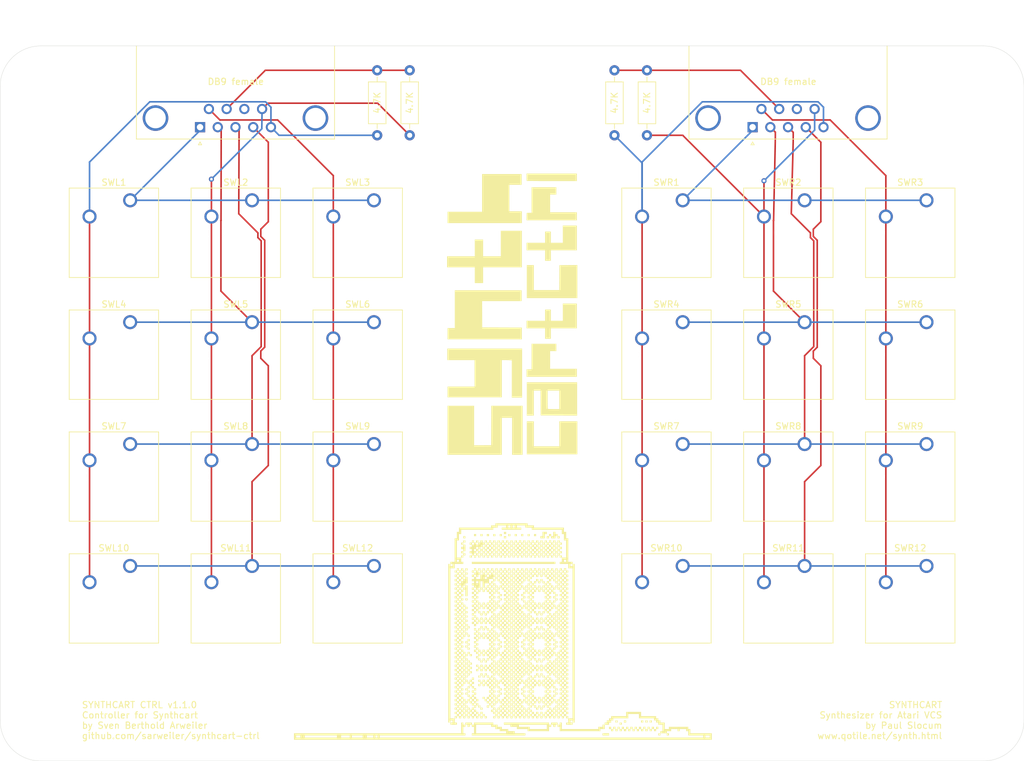
<source format=kicad_pcb>
(kicad_pcb (version 20171130) (host pcbnew "(5.1.6-0-10_14)")
  (layers (0 F.Cu signal) (31 B.Cu signal) (34 B.Paste user) (35 F.Paste user) (36 B.SilkS user) (37 F.SilkS user) (38 B.Mask user) (39 F.Mask user) (44 Edge.Cuts user))
  (net 0 "")
  (net 1 l_white)
  (net 2 l_violet)
  (net 3 l_blue)
  (net 4 l_green)
  (net 5 l_yellow)
  (net 6 l_orange)
  (net 7 l_red)
  (net 8 l_brown)
  (net 9 r_white)
  (net 10 r_violet)
  (net 11 r_blue)
  (net 12 r_green)
  (net 13 r_yellow)
  (net 14 r_orange)
  (net 15 r_red)
  (net 16 r_brown)
  (module synthcart-ctrl:amp_no_dither (layer F.Cu) (at 155.448 136.144)
    (fp_text reference G*** hide)
    (fp_text value LOGO hide)
  )
  (module MountingHole:MountingHole_4mm (layer F.Cu) (at 228.854 148.844)
    (fp_text reference REF** hide)
    (fp_text value MountingHole_4mm)
    (pad 1 np_thru_hole circle (at 0 0) (size 4 4) (drill 4) (layers *.Cu *.Mask))
  )
  (module MountingHole:MountingHole_4mm (layer F.Cu) (at 228.854 52.07)
    (fp_text reference REF** hide)
    (fp_text value MountingHole_4mm)
    (pad 1 np_thru_hole circle (at 0 0) (size 4 4) (drill 4) (layers *.Cu *.Mask))
  )
  (module MountingHole:MountingHole_4mm (layer F.Cu) (at 83.566 148.844)
    (fp_text reference REF** hide)
    (fp_text value MountingHole_4mm)
    (pad 1 np_thru_hole circle (at 0 0) (size 4 4) (drill 4) (layers *.Cu *.Mask))
  )
  (module MountingHole:MountingHole_4mm (layer F.Cu) (at 83.566 51.816)
    (fp_text reference REF** hide)
    (fp_text value MountingHole_4mm)
    (pad 1 np_thru_hole circle (at 0 0) (size 4 4) (drill 4) (layers *.Cu *.Mask))
  )
  (module synthcart-ctrl:synthcartctrl_big (layer F.Cu) (at 156.21 86.36)
    (fp_text reference G*** hide)
    (fp_text value LOGO hide)
  )
  (module Button_Switch_Keyboard:SW_Cherry_MX_1.00u_PCB (layer F.Cu) (at 134.62 125.73)
    (fp_text reference SWL12 (at -2.54 -2.794) (layer F.SilkS))
    (fp_text value SW_Push)
    (pad "" np_thru_hole circle (at 2.54 5.08) (size 1.7 1.7) (drill 1.7) (layers *.Cu *.Mask))
    (pad "" np_thru_hole circle (at -7.62 5.08) (size 1.7 1.7) (drill 1.7) (layers *.Cu *.Mask))
    (pad "" np_thru_hole circle (at -2.54 5.08) (size 4 4) (drill 4) (layers *.Cu *.Mask))
    (pad 2 thru_hole circle (at -6.35 2.54) (size 2.2 2.2) (drill 1.5) (layers *.Cu *.Mask) (net 3 l_blue))
    (pad 1 thru_hole circle (at 0 0) (size 2.2 2.2) (drill 1.5) (layers *.Cu *.Mask) (net 5 l_yellow))
  )
  (module Button_Switch_Keyboard:SW_Cherry_MX_1.00u_PCB (layer F.Cu) (at 115.57 125.73)
    (fp_text reference SWL11 (at -2.54 -2.794) (layer F.SilkS))
    (fp_text value SW_Push)
    (pad 1 thru_hole circle (at 0 0) (size 2.2 2.2) (drill 1.5) (layers *.Cu *.Mask) (net 5 l_yellow))
    (pad 2 thru_hole circle (at -6.35 2.54) (size 2.2 2.2) (drill 1.5) (layers *.Cu *.Mask) (net 1 l_white))
    (pad "" np_thru_hole circle (at -2.54 5.08) (size 4 4) (drill 4) (layers *.Cu *.Mask))
    (pad "" np_thru_hole circle (at -7.62 5.08) (size 1.7 1.7) (drill 1.7) (layers *.Cu *.Mask))
    (pad "" np_thru_hole circle (at 2.54 5.08) (size 1.7 1.7) (drill 1.7) (layers *.Cu *.Mask))
  )
  (module Button_Switch_Keyboard:SW_Cherry_MX_1.00u_PCB (layer F.Cu) (at 96.52 125.73)
    (fp_text reference SWL10 (at -2.54 -2.794) (layer F.SilkS))
    (fp_text value SW_Push)
    (pad "" np_thru_hole circle (at 2.54 5.08) (size 1.7 1.7) (drill 1.7) (layers *.Cu *.Mask))
    (pad "" np_thru_hole circle (at -7.62 5.08) (size 1.7 1.7) (drill 1.7) (layers *.Cu *.Mask))
    (pad "" np_thru_hole circle (at -2.54 5.08) (size 4 4) (drill 4) (layers *.Cu *.Mask))
    (pad 2 thru_hole circle (at -6.35 2.54) (size 2.2 2.2) (drill 1.5) (layers *.Cu *.Mask) (net 4 l_green))
    (pad 1 thru_hole circle (at 0 0) (size 2.2 2.2) (drill 1.5) (layers *.Cu *.Mask) (net 5 l_yellow))
  )
  (module Button_Switch_Keyboard:SW_Cherry_MX_1.00u_PCB (layer F.Cu) (at 134.62 106.68)
    (fp_text reference SWL9 (at -2.54 -2.794) (layer F.SilkS))
    (fp_text value SW_Push)
    (pad 1 thru_hole circle (at 0 0) (size 2.2 2.2) (drill 1.5) (layers *.Cu *.Mask) (net 6 l_orange))
    (pad 2 thru_hole circle (at -6.35 2.54) (size 2.2 2.2) (drill 1.5) (layers *.Cu *.Mask) (net 3 l_blue))
    (pad "" np_thru_hole circle (at -2.54 5.08) (size 4 4) (drill 4) (layers *.Cu *.Mask))
    (pad "" np_thru_hole circle (at -7.62 5.08) (size 1.7 1.7) (drill 1.7) (layers *.Cu *.Mask))
    (pad "" np_thru_hole circle (at 2.54 5.08) (size 1.7 1.7) (drill 1.7) (layers *.Cu *.Mask))
  )
  (module Button_Switch_Keyboard:SW_Cherry_MX_1.00u_PCB (layer F.Cu) (at 115.57 106.68)
    (fp_text reference SWL8 (at -2.54 -2.794) (layer F.SilkS))
    (fp_text value SW_Push)
    (pad "" np_thru_hole circle (at 2.54 5.08) (size 1.7 1.7) (drill 1.7) (layers *.Cu *.Mask))
    (pad "" np_thru_hole circle (at -7.62 5.08) (size 1.7 1.7) (drill 1.7) (layers *.Cu *.Mask))
    (pad "" np_thru_hole circle (at -2.54 5.08) (size 4 4) (drill 4) (layers *.Cu *.Mask))
    (pad 2 thru_hole circle (at -6.35 2.54) (size 2.2 2.2) (drill 1.5) (layers *.Cu *.Mask) (net 1 l_white))
    (pad 1 thru_hole circle (at 0 0) (size 2.2 2.2) (drill 1.5) (layers *.Cu *.Mask) (net 6 l_orange))
  )
  (module Button_Switch_Keyboard:SW_Cherry_MX_1.00u_PCB (layer F.Cu) (at 96.52 106.68)
    (fp_text reference SWL7 (at -2.54 -2.794) (layer F.SilkS))
    (fp_text value SW_Push)
    (pad 1 thru_hole circle (at 0 0) (size 2.2 2.2) (drill 1.5) (layers *.Cu *.Mask) (net 6 l_orange))
    (pad 2 thru_hole circle (at -6.35 2.54) (size 2.2 2.2) (drill 1.5) (layers *.Cu *.Mask) (net 4 l_green))
    (pad "" np_thru_hole circle (at -2.54 5.08) (size 4 4) (drill 4) (layers *.Cu *.Mask))
    (pad "" np_thru_hole circle (at -7.62 5.08) (size 1.7 1.7) (drill 1.7) (layers *.Cu *.Mask))
    (pad "" np_thru_hole circle (at 2.54 5.08) (size 1.7 1.7) (drill 1.7) (layers *.Cu *.Mask))
  )
  (module Button_Switch_Keyboard:SW_Cherry_MX_1.00u_PCB (layer F.Cu) (at 134.62 87.63)
    (fp_text reference SWL6 (at -2.54 -2.794) (layer F.SilkS))
    (fp_text value SW_Push)
    (pad "" np_thru_hole circle (at 2.54 5.08) (size 1.7 1.7) (drill 1.7) (layers *.Cu *.Mask))
    (pad "" np_thru_hole circle (at -7.62 5.08) (size 1.7 1.7) (drill 1.7) (layers *.Cu *.Mask))
    (pad "" np_thru_hole circle (at -2.54 5.08) (size 4 4) (drill 4) (layers *.Cu *.Mask))
    (pad 2 thru_hole circle (at -6.35 2.54) (size 2.2 2.2) (drill 1.5) (layers *.Cu *.Mask) (net 3 l_blue))
    (pad 1 thru_hole circle (at 0 0) (size 2.2 2.2) (drill 1.5) (layers *.Cu *.Mask) (net 7 l_red))
  )
  (module Button_Switch_Keyboard:SW_Cherry_MX_1.00u_PCB (layer F.Cu) (at 115.57 87.63)
    (fp_text reference SWL5 (at -2.54 -2.794) (layer F.SilkS))
    (fp_text value SW_Push)
    (pad 1 thru_hole circle (at 0 0) (size 2.2 2.2) (drill 1.5) (layers *.Cu *.Mask) (net 7 l_red))
    (pad 2 thru_hole circle (at -6.35 2.54) (size 2.2 2.2) (drill 1.5) (layers *.Cu *.Mask) (net 1 l_white))
    (pad "" np_thru_hole circle (at -2.54 5.08) (size 4 4) (drill 4) (layers *.Cu *.Mask))
    (pad "" np_thru_hole circle (at -7.62 5.08) (size 1.7 1.7) (drill 1.7) (layers *.Cu *.Mask))
    (pad "" np_thru_hole circle (at 2.54 5.08) (size 1.7 1.7) (drill 1.7) (layers *.Cu *.Mask))
  )
  (module Button_Switch_Keyboard:SW_Cherry_MX_1.00u_PCB (layer F.Cu) (at 96.52 87.63)
    (fp_text reference SWL4 (at -2.54 -2.794) (layer F.SilkS))
    (fp_text value SW_Push)
    (pad "" np_thru_hole circle (at 2.54 5.08) (size 1.7 1.7) (drill 1.7) (layers *.Cu *.Mask))
    (pad "" np_thru_hole circle (at -7.62 5.08) (size 1.7 1.7) (drill 1.7) (layers *.Cu *.Mask))
    (pad "" np_thru_hole circle (at -2.54 5.08) (size 4 4) (drill 4) (layers *.Cu *.Mask))
    (pad 2 thru_hole circle (at -6.35 2.54) (size 2.2 2.2) (drill 1.5) (layers *.Cu *.Mask) (net 4 l_green))
    (pad 1 thru_hole circle (at 0 0) (size 2.2 2.2) (drill 1.5) (layers *.Cu *.Mask) (net 7 l_red))
  )
  (module Button_Switch_Keyboard:SW_Cherry_MX_1.00u_PCB (layer F.Cu) (at 134.62 68.58)
    (fp_text reference SWL3 (at -2.54 -2.794) (layer F.SilkS))
    (fp_text value SW_Push)
    (pad 1 thru_hole circle (at 0 0) (size 2.2 2.2) (drill 1.5) (layers *.Cu *.Mask) (net 8 l_brown))
    (pad 2 thru_hole circle (at -6.35 2.54) (size 2.2 2.2) (drill 1.5) (layers *.Cu *.Mask) (net 3 l_blue))
    (pad "" np_thru_hole circle (at -2.54 5.08) (size 4 4) (drill 4) (layers *.Cu *.Mask))
    (pad "" np_thru_hole circle (at -7.62 5.08) (size 1.7 1.7) (drill 1.7) (layers *.Cu *.Mask))
    (pad "" np_thru_hole circle (at 2.54 5.08) (size 1.7 1.7) (drill 1.7) (layers *.Cu *.Mask))
  )
  (module Button_Switch_Keyboard:SW_Cherry_MX_1.00u_PCB (layer F.Cu) (at 115.57 68.58)
    (fp_text reference SWL2 (at -2.54 -2.794) (layer F.SilkS))
    (fp_text value SW_Push)
    (pad "" np_thru_hole circle (at 2.54 5.08) (size 1.7 1.7) (drill 1.7) (layers *.Cu *.Mask))
    (pad "" np_thru_hole circle (at -7.62 5.08) (size 1.7 1.7) (drill 1.7) (layers *.Cu *.Mask))
    (pad "" np_thru_hole circle (at -2.54 5.08) (size 4 4) (drill 4) (layers *.Cu *.Mask))
    (pad 2 thru_hole circle (at -6.35 2.54) (size 2.2 2.2) (drill 1.5) (layers *.Cu *.Mask) (net 1 l_white))
    (pad 1 thru_hole circle (at 0 0) (size 2.2 2.2) (drill 1.5) (layers *.Cu *.Mask) (net 8 l_brown))
  )
  (module Button_Switch_Keyboard:SW_Cherry_MX_1.00u_PCB (layer F.Cu) (at 96.52 68.58)
    (fp_text reference SWL1 (at -2.54 -2.794) (layer F.SilkS))
    (fp_text value SW_Push)
    (pad 1 thru_hole circle (at 0 0) (size 2.2 2.2) (drill 1.5) (layers *.Cu *.Mask) (net 8 l_brown))
    (pad 2 thru_hole circle (at -6.35 2.54) (size 2.2 2.2) (drill 1.5) (layers *.Cu *.Mask) (net 4 l_green))
    (pad "" np_thru_hole circle (at -2.54 5.08) (size 4 4) (drill 4) (layers *.Cu *.Mask))
    (pad "" np_thru_hole circle (at -7.62 5.08) (size 1.7 1.7) (drill 1.7) (layers *.Cu *.Mask))
    (pad "" np_thru_hole circle (at 2.54 5.08) (size 1.7 1.7) (drill 1.7) (layers *.Cu *.Mask))
  )
  (module Resistor_THT:R_Axial_DIN0207_L6.3mm_D2.5mm_P10.16mm_Horizontal (layer F.Cu) (at 140.208 48.26 270)
    (fp_text reference R2 hide)
    (fp_text value 4.7K (at 5.08 0 90) (layer F.SilkS))
    (pad 1 thru_hole circle (at 0 0 270) (size 1.6 1.6) (drill 0.8) (layers *.Cu *.Mask) (net 2 l_violet))
    (pad 2 thru_hole oval (at 10.16 0 270) (size 1.6 1.6) (drill 0.8) (layers *.Cu *.Mask) (net 1 l_white))
  )
  (module Resistor_THT:R_Axial_DIN0207_L6.3mm_D2.5mm_P10.16mm_Horizontal (layer F.Cu) (at 135.128 48.26 270)
    (fp_text reference Re hide)
    (fp_text value 4.7K (at 5.08 0 90) (layer F.SilkS))
    (pad 2 thru_hole oval (at 10.16 0 270) (size 1.6 1.6) (drill 0.8) (layers *.Cu *.Mask) (net 4 l_green))
    (pad 1 thru_hole circle (at 0 0 270) (size 1.6 1.6) (drill 0.8) (layers *.Cu *.Mask) (net 2 l_violet))
  )
  (module Connector_Dsub:DSUB-9_Female_Horizontal_P2.77x2.84mm_EdgePinOffset9.90mm_Housed_MountingHolesOffset11.32mm (layer F.Cu) (at 107.442 57.15 180)
    (fp_text reference J1 hide)
    (fp_text value "DB9 female" (at -5.588 7.112) (layer F.SilkS))
    (pad 1 thru_hole rect (at 0 0 180) (size 1.6 1.6) (drill 1) (layers *.Cu *.Mask) (net 8 l_brown))
    (pad 2 thru_hole circle (at -2.77 0 180) (size 1.6 1.6) (drill 1) (layers *.Cu *.Mask) (net 7 l_red))
    (pad 3 thru_hole circle (at -5.54 0 180) (size 1.6 1.6) (drill 1) (layers *.Cu *.Mask) (net 6 l_orange))
    (pad 4 thru_hole circle (at -8.31 0 180) (size 1.6 1.6) (drill 1) (layers *.Cu *.Mask) (net 5 l_yellow))
    (pad 5 thru_hole circle (at -11.08 0 180) (size 1.6 1.6) (drill 1) (layers *.Cu *.Mask) (net 4 l_green))
    (pad 6 thru_hole circle (at -1.385 2.84 180) (size 1.6 1.6) (drill 1) (layers *.Cu *.Mask) (net 3 l_blue))
    (pad 7 thru_hole circle (at -4.155 2.84 180) (size 1.6 1.6) (drill 1) (layers *.Cu *.Mask) (net 2 l_violet))
    (pad 8 thru_hole circle (at -6.925 2.84 180) (size 1.6 1.6) (drill 1) (layers *.Cu *.Mask))
    (pad 9 thru_hole circle (at -9.695 2.84 180) (size 1.6 1.6) (drill 1) (layers *.Cu *.Mask) (net 1 l_white))
    (pad 0 thru_hole circle (at -18.04 1.42 180) (size 4 4) (drill 3.2) (layers *.Cu *.Mask))
    (pad 0 thru_hole circle (at 6.96 1.42 180) (size 4 4) (drill 3.2) (layers *.Cu *.Mask))
  )
  (module Connector_Dsub:DSUB-9_Female_Horizontal_P2.77x2.84mm_EdgePinOffset9.90mm_Housed_MountingHolesOffset11.32mm (layer F.Cu) (at 193.802 57.15 180)
    (fp_text reference J2 hide)
    (fp_text value "DB9 female" (at -5.588 7.112) (layer F.SilkS))
    (pad 0 thru_hole circle (at 6.96 1.42 180) (size 4 4) (drill 3.2) (layers *.Cu *.Mask))
    (pad 0 thru_hole circle (at -18.04 1.42 180) (size 4 4) (drill 3.2) (layers *.Cu *.Mask))
    (pad 9 thru_hole circle (at -9.695 2.84 180) (size 1.6 1.6) (drill 1) (layers *.Cu *.Mask) (net 9 r_white))
    (pad 8 thru_hole circle (at -6.925 2.84 180) (size 1.6 1.6) (drill 1) (layers *.Cu *.Mask))
    (pad 7 thru_hole circle (at -4.155 2.84 180) (size 1.6 1.6) (drill 1) (layers *.Cu *.Mask) (net 10 r_violet))
    (pad 6 thru_hole circle (at -1.385 2.84 180) (size 1.6 1.6) (drill 1) (layers *.Cu *.Mask) (net 11 r_blue))
    (pad 5 thru_hole circle (at -11.08 0 180) (size 1.6 1.6) (drill 1) (layers *.Cu *.Mask) (net 12 r_green))
    (pad 4 thru_hole circle (at -8.31 0 180) (size 1.6 1.6) (drill 1) (layers *.Cu *.Mask) (net 13 r_yellow))
    (pad 3 thru_hole circle (at -5.54 0 180) (size 1.6 1.6) (drill 1) (layers *.Cu *.Mask) (net 14 r_orange))
    (pad 2 thru_hole circle (at -2.77 0 180) (size 1.6 1.6) (drill 1) (layers *.Cu *.Mask) (net 15 r_red))
    (pad 1 thru_hole rect (at 0 0 180) (size 1.6 1.6) (drill 1) (layers *.Cu *.Mask) (net 16 r_brown))
  )
  (module Resistor_THT:R_Axial_DIN0207_L6.3mm_D2.5mm_P10.16mm_Horizontal (layer F.Cu) (at 172.212 48.26 270)
    (fp_text reference R3 hide)
    (fp_text value 4.7K (at 5.08 0 90) (layer F.SilkS))
    (pad 1 thru_hole circle (at 0 0 270) (size 1.6 1.6) (drill 0.8) (layers *.Cu *.Mask) (net 10 r_violet))
    (pad 2 thru_hole oval (at 10.16 0 270) (size 1.6 1.6) (drill 0.8) (layers *.Cu *.Mask) (net 12 r_green))
  )
  (module Resistor_THT:R_Axial_DIN0207_L6.3mm_D2.5mm_P10.16mm_Horizontal (layer F.Cu) (at 177.292 48.26 270)
    (fp_text reference R4 hide)
    (fp_text value 4.7K (at 5.08 0 90) (layer F.SilkS))
    (pad 2 thru_hole oval (at 10.16 0 270) (size 1.6 1.6) (drill 0.8) (layers *.Cu *.Mask) (net 9 r_white))
    (pad 1 thru_hole circle (at 0 0 270) (size 1.6 1.6) (drill 0.8) (layers *.Cu *.Mask) (net 10 r_violet))
  )
  (module Button_Switch_Keyboard:SW_Cherry_MX_1.00u_PCB (layer F.Cu) (at 182.88 68.58)
    (fp_text reference SWR1 (at -2.54 -2.794) (layer F.SilkS))
    (fp_text value SW_Push)
    (pad "" np_thru_hole circle (at 2.54 5.08) (size 1.7 1.7) (drill 1.7) (layers *.Cu *.Mask))
    (pad "" np_thru_hole circle (at -7.62 5.08) (size 1.7 1.7) (drill 1.7) (layers *.Cu *.Mask))
    (pad "" np_thru_hole circle (at -2.54 5.08) (size 4 4) (drill 4) (layers *.Cu *.Mask))
    (pad 2 thru_hole circle (at -6.35 2.54) (size 2.2 2.2) (drill 1.5) (layers *.Cu *.Mask) (net 12 r_green))
    (pad 1 thru_hole circle (at 0 0) (size 2.2 2.2) (drill 1.5) (layers *.Cu *.Mask) (net 16 r_brown))
  )
  (module Button_Switch_Keyboard:SW_Cherry_MX_1.00u_PCB (layer F.Cu) (at 201.93 68.58)
    (fp_text reference SWR2 (at -2.54 -2.794) (layer F.SilkS))
    (fp_text value SW_Push)
    (pad 1 thru_hole circle (at 0 0) (size 2.2 2.2) (drill 1.5) (layers *.Cu *.Mask) (net 16 r_brown))
    (pad 2 thru_hole circle (at -6.35 2.54) (size 2.2 2.2) (drill 1.5) (layers *.Cu *.Mask) (net 9 r_white))
    (pad "" np_thru_hole circle (at -2.54 5.08) (size 4 4) (drill 4) (layers *.Cu *.Mask))
    (pad "" np_thru_hole circle (at -7.62 5.08) (size 1.7 1.7) (drill 1.7) (layers *.Cu *.Mask))
    (pad "" np_thru_hole circle (at 2.54 5.08) (size 1.7 1.7) (drill 1.7) (layers *.Cu *.Mask))
  )
  (module Button_Switch_Keyboard:SW_Cherry_MX_1.00u_PCB (layer F.Cu) (at 220.98 68.58)
    (fp_text reference SWR3 (at -2.54 -2.794) (layer F.SilkS))
    (fp_text value SW_Push)
    (pad "" np_thru_hole circle (at 2.54 5.08) (size 1.7 1.7) (drill 1.7) (layers *.Cu *.Mask))
    (pad "" np_thru_hole circle (at -7.62 5.08) (size 1.7 1.7) (drill 1.7) (layers *.Cu *.Mask))
    (pad "" np_thru_hole circle (at -2.54 5.08) (size 4 4) (drill 4) (layers *.Cu *.Mask))
    (pad 2 thru_hole circle (at -6.35 2.54) (size 2.2 2.2) (drill 1.5) (layers *.Cu *.Mask) (net 11 r_blue))
    (pad 1 thru_hole circle (at 0 0) (size 2.2 2.2) (drill 1.5) (layers *.Cu *.Mask) (net 16 r_brown))
  )
  (module Button_Switch_Keyboard:SW_Cherry_MX_1.00u_PCB (layer F.Cu) (at 182.88 87.63)
    (fp_text reference SWR4 (at -2.54 -2.794) (layer F.SilkS))
    (fp_text value SW_Push)
    (pad 1 thru_hole circle (at 0 0) (size 2.2 2.2) (drill 1.5) (layers *.Cu *.Mask) (net 15 r_red))
    (pad 2 thru_hole circle (at -6.35 2.54) (size 2.2 2.2) (drill 1.5) (layers *.Cu *.Mask) (net 12 r_green))
    (pad "" np_thru_hole circle (at -2.54 5.08) (size 4 4) (drill 4) (layers *.Cu *.Mask))
    (pad "" np_thru_hole circle (at -7.62 5.08) (size 1.7 1.7) (drill 1.7) (layers *.Cu *.Mask))
    (pad "" np_thru_hole circle (at 2.54 5.08) (size 1.7 1.7) (drill 1.7) (layers *.Cu *.Mask))
  )
  (module Button_Switch_Keyboard:SW_Cherry_MX_1.00u_PCB (layer F.Cu) (at 201.93 87.63)
    (fp_text reference SWR5 (at -2.54 -2.794) (layer F.SilkS))
    (fp_text value SW_Push)
    (pad "" np_thru_hole circle (at 2.54 5.08) (size 1.7 1.7) (drill 1.7) (layers *.Cu *.Mask))
    (pad "" np_thru_hole circle (at -7.62 5.08) (size 1.7 1.7) (drill 1.7) (layers *.Cu *.Mask))
    (pad "" np_thru_hole circle (at -2.54 5.08) (size 4 4) (drill 4) (layers *.Cu *.Mask))
    (pad 2 thru_hole circle (at -6.35 2.54) (size 2.2 2.2) (drill 1.5) (layers *.Cu *.Mask) (net 9 r_white))
    (pad 1 thru_hole circle (at 0 0) (size 2.2 2.2) (drill 1.5) (layers *.Cu *.Mask) (net 15 r_red))
  )
  (module Button_Switch_Keyboard:SW_Cherry_MX_1.00u_PCB (layer F.Cu) (at 220.98 87.63)
    (fp_text reference SWR6 (at -2.54 -2.794) (layer F.SilkS))
    (fp_text value SW_Push)
    (pad 1 thru_hole circle (at 0 0) (size 2.2 2.2) (drill 1.5) (layers *.Cu *.Mask) (net 15 r_red))
    (pad 2 thru_hole circle (at -6.35 2.54) (size 2.2 2.2) (drill 1.5) (layers *.Cu *.Mask) (net 11 r_blue))
    (pad "" np_thru_hole circle (at -2.54 5.08) (size 4 4) (drill 4) (layers *.Cu *.Mask))
    (pad "" np_thru_hole circle (at -7.62 5.08) (size 1.7 1.7) (drill 1.7) (layers *.Cu *.Mask))
    (pad "" np_thru_hole circle (at 2.54 5.08) (size 1.7 1.7) (drill 1.7) (layers *.Cu *.Mask))
  )
  (module Button_Switch_Keyboard:SW_Cherry_MX_1.00u_PCB (layer F.Cu) (at 182.88 106.68)
    (fp_text reference SWR7 (at -2.54 -2.794) (layer F.SilkS))
    (fp_text value SW_Push)
    (pad "" np_thru_hole circle (at 2.54 5.08) (size 1.7 1.7) (drill 1.7) (layers *.Cu *.Mask))
    (pad "" np_thru_hole circle (at -7.62 5.08) (size 1.7 1.7) (drill 1.7) (layers *.Cu *.Mask))
    (pad "" np_thru_hole circle (at -2.54 5.08) (size 4 4) (drill 4) (layers *.Cu *.Mask))
    (pad 2 thru_hole circle (at -6.35 2.54) (size 2.2 2.2) (drill 1.5) (layers *.Cu *.Mask) (net 12 r_green))
    (pad 1 thru_hole circle (at 0 0) (size 2.2 2.2) (drill 1.5) (layers *.Cu *.Mask) (net 14 r_orange))
  )
  (module Button_Switch_Keyboard:SW_Cherry_MX_1.00u_PCB (layer F.Cu) (at 201.93 106.68)
    (fp_text reference SWR8 (at -2.54 -2.794) (layer F.SilkS))
    (fp_text value SW_Push)
    (pad 1 thru_hole circle (at 0 0) (size 2.2 2.2) (drill 1.5) (layers *.Cu *.Mask) (net 14 r_orange))
    (pad 2 thru_hole circle (at -6.35 2.54) (size 2.2 2.2) (drill 1.5) (layers *.Cu *.Mask) (net 9 r_white))
    (pad "" np_thru_hole circle (at -2.54 5.08) (size 4 4) (drill 4) (layers *.Cu *.Mask))
    (pad "" np_thru_hole circle (at -7.62 5.08) (size 1.7 1.7) (drill 1.7) (layers *.Cu *.Mask))
    (pad "" np_thru_hole circle (at 2.54 5.08) (size 1.7 1.7) (drill 1.7) (layers *.Cu *.Mask))
  )
  (module Button_Switch_Keyboard:SW_Cherry_MX_1.00u_PCB (layer F.Cu) (at 220.98 106.68)
    (fp_text reference SWR9 (at -2.54 -2.794) (layer F.SilkS))
    (fp_text value SW_Push)
    (pad "" np_thru_hole circle (at 2.54 5.08) (size 1.7 1.7) (drill 1.7) (layers *.Cu *.Mask))
    (pad "" np_thru_hole circle (at -7.62 5.08) (size 1.7 1.7) (drill 1.7) (layers *.Cu *.Mask))
    (pad "" np_thru_hole circle (at -2.54 5.08) (size 4 4) (drill 4) (layers *.Cu *.Mask))
    (pad 2 thru_hole circle (at -6.35 2.54) (size 2.2 2.2) (drill 1.5) (layers *.Cu *.Mask) (net 11 r_blue))
    (pad 1 thru_hole circle (at 0 0) (size 2.2 2.2) (drill 1.5) (layers *.Cu *.Mask) (net 14 r_orange))
  )
  (module Button_Switch_Keyboard:SW_Cherry_MX_1.00u_PCB (layer F.Cu) (at 182.88 125.73)
    (fp_text reference SWR10 (at -2.54 -2.794) (layer F.SilkS))
    (fp_text value SW_Push)
    (pad 1 thru_hole circle (at 0 0) (size 2.2 2.2) (drill 1.5) (layers *.Cu *.Mask) (net 13 r_yellow))
    (pad 2 thru_hole circle (at -6.35 2.54) (size 2.2 2.2) (drill 1.5) (layers *.Cu *.Mask) (net 12 r_green))
    (pad "" np_thru_hole circle (at -2.54 5.08) (size 4 4) (drill 4) (layers *.Cu *.Mask))
    (pad "" np_thru_hole circle (at -7.62 5.08) (size 1.7 1.7) (drill 1.7) (layers *.Cu *.Mask))
    (pad "" np_thru_hole circle (at 2.54 5.08) (size 1.7 1.7) (drill 1.7) (layers *.Cu *.Mask))
  )
  (module Button_Switch_Keyboard:SW_Cherry_MX_1.00u_PCB (layer F.Cu) (at 201.93 125.73)
    (fp_text reference SWR11 (at -2.54 -2.794) (layer F.SilkS))
    (fp_text value SW_Push)
    (pad "" np_thru_hole circle (at 2.54 5.08) (size 1.7 1.7) (drill 1.7) (layers *.Cu *.Mask))
    (pad "" np_thru_hole circle (at -7.62 5.08) (size 1.7 1.7) (drill 1.7) (layers *.Cu *.Mask))
    (pad "" np_thru_hole circle (at -2.54 5.08) (size 4 4) (drill 4) (layers *.Cu *.Mask))
    (pad 2 thru_hole circle (at -6.35 2.54) (size 2.2 2.2) (drill 1.5) (layers *.Cu *.Mask) (net 9 r_white))
    (pad 1 thru_hole circle (at 0 0) (size 2.2 2.2) (drill 1.5) (layers *.Cu *.Mask) (net 13 r_yellow))
  )
  (module Button_Switch_Keyboard:SW_Cherry_MX_1.00u_PCB (layer F.Cu) (at 220.98 125.73)
    (fp_text reference SWR12 (at -2.54 -2.794) (layer F.SilkS))
    (fp_text value SW_Push)
    (pad 1 thru_hole circle (at 0 0) (size 2.2 2.2) (drill 1.5) (layers *.Cu *.Mask) (net 13 r_yellow))
    (pad 2 thru_hole circle (at -6.35 2.54) (size 2.2 2.2) (drill 1.5) (layers *.Cu *.Mask) (net 11 r_blue))
    (pad "" np_thru_hole circle (at -2.54 5.08) (size 4 4) (drill 4) (layers *.Cu *.Mask))
    (pad "" np_thru_hole circle (at -7.62 5.08) (size 1.7 1.7) (drill 1.7) (layers *.Cu *.Mask))
    (pad "" np_thru_hole circle (at 2.54 5.08) (size 1.7 1.7) (drill 1.7) (layers *.Cu *.Mask))
  )
  (gr_text "SYNTHCART\nSynthesizer for Atari VCS\nby Paul Slocum\nwww.qotile.net/synth.html" (at 223.52 149.86) (layer F.SilkS) (effects (font (size 1 1)) (justify right)))
  (gr_text "SYNTHCART CTRL v1.1.0\nController for Synthcart\nby Sven Berthold Arweiler\ngithub.com/sarweiler/synthcart-ctrl" (at 88.9 149.86) (layer F.SilkS) (effects (font (size 1 1)) (justify left)))
  (gr_line (start 229.87 156.21) (end 82.55 156.21) (layer Edge.Cuts) (width 0.05))
  (gr_arc (start 82.55 149.86) (end 76.2 149.86) (angle -90) (layer Edge.Cuts) (width 0.05))
  (gr_line (start 76.2 50.8) (end 76.2 149.86) (layer Edge.Cuts) (width 0.05))
  (gr_arc (start 82.55 50.8) (end 82.55 44.45) (angle -90) (layer Edge.Cuts) (width 0.05))
  (gr_arc (start 229.87 149.86) (end 229.87 156.21) (angle -90) (layer Edge.Cuts) (width 0.05))
  (gr_line (start 236.22 50.8) (end 236.22 149.86) (layer Edge.Cuts) (width 0.05))
  (gr_arc (start 229.87 50.8) (end 236.22 50.8) (angle -90) (layer Edge.Cuts) (width 0.05))
  (gr_line (start 82.55 44.45) (end 229.87 44.45) (layer Edge.Cuts) (width 0.05))
  (segment (start 109.22 90.17) (end 109.22 109.22) (width 0.25) (layer F.Cu) (net 1))
  (segment (start 109.22 109.22) (end 109.22 128.27) (width 0.25) (layer F.Cu) (net 1))
  (segment (start 109.22 71.12) (end 109.22 90.17) (width 0.25) (layer F.Cu) (net 1))
  (segment (start 118.042001 53.404999) (end 117.137 54.31) (width 0.25) (layer F.Cu) (net 1))
  (segment (start 135.192999 53.404999) (end 118.042001 53.404999) (width 0.25) (layer F.Cu) (net 1))
  (segment (start 140.208 58.42) (end 135.192999 53.404999) (width 0.25) (layer F.Cu) (net 1))
  (via (at 109.22 65.278) (size 0.8) (drill 0.4) (layers F.Cu B.Cu) (net 1))
  (segment (start 109.474 70.866) (end 109.22 71.12) (width 0.25) (layer F.Cu) (net 1))
  (segment (start 109.22 65.278) (end 109.22 70.866) (width 0.25) (layer F.Cu) (net 1))
  (segment (start 117.137 54.31) (end 117.094 57.404) (width 0.25) (layer B.Cu) (net 1))
  (segment (start 117.094 57.404) (end 109.22 65.278) (width 0.25) (layer B.Cu) (net 1))
  (segment (start 117.647 48.26) (end 135.128 48.26) (width 0.25) (layer F.Cu) (net 2))
  (segment (start 111.597 54.31) (end 117.647 48.26) (width 0.25) (layer F.Cu) (net 2))
  (segment (start 135.128 48.26) (end 140.208 48.26) (width 0.25) (layer F.Cu) (net 2))
  (segment (start 128.27 90.17) (end 128.27 109.22) (width 0.25) (layer F.Cu) (net 3))
  (segment (start 128.27 109.22) (end 128.27 128.27) (width 0.25) (layer F.Cu) (net 3))
  (segment (start 128.27 71.12) (end 128.27 90.17) (width 0.25) (layer F.Cu) (net 3))
  (segment (start 110.541999 56.024999) (end 108.827 54.31) (width 0.25) (layer F.Cu) (net 3))
  (segment (start 119.570001 56.024999) (end 110.541999 56.024999) (width 0.25) (layer F.Cu) (net 3))
  (segment (start 128.27 64.724998) (end 119.570001 56.024999) (width 0.25) (layer F.Cu) (net 3))
  (segment (start 128.27 71.12) (end 128.27 64.724998) (width 0.25) (layer F.Cu) (net 3))
  (segment (start 90.17 109.22) (end 90.17 128.27) (width 0.25) (layer F.Cu) (net 4))
  (segment (start 90.17 90.17) (end 90.17 109.22) (width 0.25) (layer F.Cu) (net 4))
  (segment (start 90.17 71.12) (end 90.17 90.17) (width 0.25) (layer F.Cu) (net 4))
  (segment (start 118.522 54.029998) (end 118.522 57.15) (width 0.25) (layer B.Cu) (net 4))
  (segment (start 117.677001 53.184999) (end 118.522 54.029998) (width 0.25) (layer B.Cu) (net 4))
  (segment (start 90.17 62.600998) (end 99.585999 53.184999) (width 0.25) (layer B.Cu) (net 4))
  (segment (start 99.585999 53.184999) (end 117.677001 53.184999) (width 0.25) (layer B.Cu) (net 4))
  (segment (start 90.17 71.12) (end 90.17 62.600998) (width 0.25) (layer B.Cu) (net 4))
  (segment (start 119.792 58.42) (end 135.128 58.42) (width 0.25) (layer B.Cu) (net 4))
  (segment (start 118.522 57.15) (end 119.792 58.42) (width 0.25) (layer B.Cu) (net 4))
  (segment (start 134.62 125.73) (end 115.57 125.73) (width 0.25) (layer B.Cu) (net 5))
  (segment (start 115.57 125.73) (end 96.52 125.73) (width 0.25) (layer B.Cu) (net 5))
  (segment (start 118.11 59.508) (end 115.752 57.15) (width 0.25) (layer F.Cu) (net 5))
  (segment (start 116.934999 73.095999) (end 118.11 71.920998) (width 0.25) (layer F.Cu) (net 5))
  (segment (start 117.545999 74.835001) (end 116.934999 74.224001) (width 0.25) (layer F.Cu) (net 5))
  (segment (start 116.934999 74.224001) (end 116.934999 73.095999) (width 0.25) (layer F.Cu) (net 5))
  (segment (start 117.545999 91.534999) (end 117.545999 74.835001) (width 0.25) (layer F.Cu) (net 5))
  (segment (start 116.934999 92.145999) (end 117.545999 91.534999) (width 0.25) (layer F.Cu) (net 5))
  (segment (start 116.934999 93.274001) (end 116.934999 92.145999) (width 0.25) (layer F.Cu) (net 5))
  (segment (start 118.11 94.449002) (end 116.934999 93.274001) (width 0.25) (layer F.Cu) (net 5))
  (segment (start 118.11 110.020998) (end 118.11 94.449002) (width 0.25) (layer F.Cu) (net 5))
  (segment (start 118.11 71.920998) (end 118.11 59.508) (width 0.25) (layer F.Cu) (net 5))
  (segment (start 115.57 112.560998) (end 118.11 110.020998) (width 0.25) (layer F.Cu) (net 5))
  (segment (start 115.57 125.73) (end 115.57 112.560998) (width 0.25) (layer F.Cu) (net 5))
  (segment (start 134.62 106.68) (end 115.57 106.68) (width 0.25) (layer B.Cu) (net 6))
  (segment (start 115.57 106.68) (end 96.52 106.68) (width 0.25) (layer B.Cu) (net 6))
  (segment (start 113.538 57.706) (end 112.982 57.15) (width 0.25) (layer F.Cu) (net 6))
  (segment (start 113.538 59.182) (end 113.538 57.706) (width 0.25) (layer F.Cu) (net 6))
  (segment (start 116.484988 73.673986) (end 113.49 70.678998) (width 0.25) (layer F.Cu) (net 6))
  (segment (start 115.57 92.874588) (end 116.995001 91.449587) (width 0.25) (layer F.Cu) (net 6))
  (segment (start 116.995001 74.920413) (end 116.484988 74.410401) (width 0.25) (layer F.Cu) (net 6))
  (segment (start 115.57 106.68) (end 115.57 92.874588) (width 0.25) (layer F.Cu) (net 6))
  (segment (start 116.995001 91.449587) (end 116.995001 74.920413) (width 0.25) (layer F.Cu) (net 6))
  (segment (start 113.49 70.678998) (end 113.538 59.182) (width 0.25) (layer F.Cu) (net 6))
  (segment (start 116.484988 74.410401) (end 116.484988 73.673986) (width 0.25) (layer F.Cu) (net 6))
  (segment (start 134.62 87.63) (end 115.57 87.63) (width 0.25) (layer B.Cu) (net 7))
  (segment (start 115.57 87.63) (end 96.52 87.63) (width 0.25) (layer B.Cu) (net 7))
  (segment (start 110.744 57.682) (end 110.212 57.15) (width 0.25) (layer F.Cu) (net 7))
  (segment (start 110.704999 71.744003) (end 110.72 71.729002) (width 0.25) (layer F.Cu) (net 7))
  (segment (start 110.744 59.182) (end 110.744 57.682) (width 0.25) (layer F.Cu) (net 7))
  (segment (start 110.72 71.729002) (end 110.744 59.182) (width 0.25) (layer F.Cu) (net 7))
  (segment (start 110.704999 82.764999) (end 110.704999 71.744003) (width 0.25) (layer F.Cu) (net 7))
  (segment (start 115.57 87.63) (end 110.704999 82.764999) (width 0.25) (layer F.Cu) (net 7))
  (segment (start 134.62 68.58) (end 115.57 68.58) (width 0.25) (layer B.Cu) (net 8))
  (segment (start 115.57 68.58) (end 96.52 68.58) (width 0.25) (layer B.Cu) (net 8))
  (segment (start 107.442 57.658) (end 107.442 57.15) (width 0.25) (layer B.Cu) (net 8))
  (segment (start 96.52 68.58) (end 107.442 57.658) (width 0.25) (layer B.Cu) (net 8))
  (segment (start 195.58 71.12) (end 195.58 90.17) (width 0.25) (layer F.Cu) (net 9))
  (segment (start 195.58 90.17) (end 195.58 109.22) (width 0.25) (layer F.Cu) (net 9))
  (segment (start 195.58 109.22) (end 195.58 128.27) (width 0.25) (layer F.Cu) (net 9))
  (via (at 195.58 65.532) (size 0.8) (drill 0.4) (layers F.Cu B.Cu) (net 9))
  (segment (start 203.497 57.615) (end 195.58 65.532) (width 0.25) (layer B.Cu) (net 9))
  (segment (start 203.497 54.31) (end 203.497 57.615) (width 0.25) (layer B.Cu) (net 9))
  (segment (start 195.58 65.532) (end 195.58 71.12) (width 0.25) (layer F.Cu) (net 9))
  (segment (start 182.88 58.42) (end 195.58 71.12) (width 0.25) (layer F.Cu) (net 9))
  (segment (start 177.292 58.42) (end 182.88 58.42) (width 0.25) (layer F.Cu) (net 9))
  (segment (start 191.907 48.26) (end 177.292 48.26) (width 0.25) (layer F.Cu) (net 10))
  (segment (start 197.957 54.31) (end 191.907 48.26) (width 0.25) (layer F.Cu) (net 10))
  (segment (start 177.292 48.26) (end 172.212 48.26) (width 0.25) (layer F.Cu) (net 10))
  (segment (start 214.63 71.12) (end 214.63 90.17) (width 0.25) (layer F.Cu) (net 11))
  (segment (start 214.63 90.17) (end 214.63 109.22) (width 0.25) (layer F.Cu) (net 11))
  (segment (start 214.63 109.22) (end 214.63 128.27) (width 0.25) (layer F.Cu) (net 11))
  (segment (start 196.901999 56.024999) (end 195.187 54.31) (width 0.25) (layer F.Cu) (net 11))
  (segment (start 205.930001 56.024999) (end 196.901999 56.024999) (width 0.25) (layer F.Cu) (net 11))
  (segment (start 214.63 64.724998) (end 205.930001 56.024999) (width 0.25) (layer F.Cu) (net 11))
  (segment (start 214.63 71.12) (end 214.63 64.724998) (width 0.25) (layer F.Cu) (net 11))
  (segment (start 176.53 71.12) (end 176.53 90.17) (width 0.25) (layer F.Cu) (net 12))
  (segment (start 176.53 90.17) (end 176.53 109.22) (width 0.25) (layer F.Cu) (net 12))
  (segment (start 176.53 109.22) (end 176.53 128.27) (width 0.25) (layer F.Cu) (net 12))
  (segment (start 176.53 62.738) (end 172.212 58.42) (width 0.25) (layer B.Cu) (net 12))
  (segment (start 176.53 71.12) (end 176.53 62.738) (width 0.25) (layer B.Cu) (net 12))
  (segment (start 204.037001 53.184999) (end 204.882 54.029998) (width 0.25) (layer B.Cu) (net 12))
  (segment (start 204.882 54.029998) (end 204.882 57.15) (width 0.25) (layer B.Cu) (net 12))
  (segment (start 185.945999 53.184999) (end 204.037001 53.184999) (width 0.25) (layer B.Cu) (net 12))
  (segment (start 176.53 62.600998) (end 185.945999 53.184999) (width 0.25) (layer B.Cu) (net 12))
  (segment (start 176.53 71.12) (end 176.53 62.600998) (width 0.25) (layer B.Cu) (net 12))
  (segment (start 220.98 125.73) (end 201.93 125.73) (width 0.25) (layer B.Cu) (net 13))
  (segment (start 201.93 125.73) (end 182.88 125.73) (width 0.25) (layer B.Cu) (net 13))
  (segment (start 204.47 59.508) (end 202.112 57.15) (width 0.25) (layer F.Cu) (net 13))
  (segment (start 204.47 94.449002) (end 203.294999 93.274001) (width 0.25) (layer F.Cu) (net 13))
  (segment (start 203.294999 73.095999) (end 204.47 71.920998) (width 0.25) (layer F.Cu) (net 13))
  (segment (start 204.47 110.020998) (end 204.47 94.449002) (width 0.25) (layer F.Cu) (net 13))
  (segment (start 203.294999 92.145999) (end 203.905999 91.534999) (width 0.25) (layer F.Cu) (net 13))
  (segment (start 203.294999 74.224001) (end 203.294999 73.095999) (width 0.25) (layer F.Cu) (net 13))
  (segment (start 204.47 71.920998) (end 204.47 59.508) (width 0.25) (layer F.Cu) (net 13))
  (segment (start 203.905999 74.835001) (end 203.294999 74.224001) (width 0.25) (layer F.Cu) (net 13))
  (segment (start 203.905999 91.534999) (end 203.905999 74.835001) (width 0.25) (layer F.Cu) (net 13))
  (segment (start 201.93 125.73) (end 201.93 112.560998) (width 0.25) (layer F.Cu) (net 13))
  (segment (start 201.93 112.560998) (end 204.47 110.020998) (width 0.25) (layer F.Cu) (net 13))
  (segment (start 203.294999 93.274001) (end 203.294999 92.145999) (width 0.25) (layer F.Cu) (net 13))
  (segment (start 220.98 106.68) (end 201.93 106.68) (width 0.25) (layer B.Cu) (net 14))
  (segment (start 201.93 106.68) (end 182.88 106.68) (width 0.25) (layer B.Cu) (net 14))
  (segment (start 200.152 59.182) (end 200.152 57.96) (width 0.25) (layer F.Cu) (net 14))
  (segment (start 199.85 70.678998) (end 200.152 59.182) (width 0.25) (layer F.Cu) (net 14))
  (segment (start 200.152 57.96) (end 199.342 57.15) (width 0.25) (layer F.Cu) (net 14))
  (segment (start 202.844988 73.673986) (end 199.85 70.678998) (width 0.25) (layer F.Cu) (net 14))
  (segment (start 202.844988 74.410401) (end 202.844988 73.673986) (width 0.25) (layer F.Cu) (net 14))
  (segment (start 203.355001 74.920413) (end 202.844988 74.410401) (width 0.25) (layer F.Cu) (net 14))
  (segment (start 203.355001 91.449587) (end 203.355001 74.920413) (width 0.25) (layer F.Cu) (net 14))
  (segment (start 201.93 92.874588) (end 203.355001 91.449587) (width 0.25) (layer F.Cu) (net 14))
  (segment (start 201.93 106.68) (end 201.93 92.874588) (width 0.25) (layer F.Cu) (net 14))
  (segment (start 220.98 87.63) (end 201.93 87.63) (width 0.25) (layer B.Cu) (net 15))
  (segment (start 201.93 87.63) (end 182.88 87.63) (width 0.25) (layer B.Cu) (net 15))
  (segment (start 197.358 57.936) (end 196.572 57.15) (width 0.25) (layer F.Cu) (net 15))
  (segment (start 197.08 71.729002) (end 197.358 58.928) (width 0.25) (layer F.Cu) (net 15))
  (segment (start 201.93 87.63) (end 197.064999 82.764999) (width 0.25) (layer F.Cu) (net 15))
  (segment (start 197.358 58.928) (end 197.358 57.936) (width 0.25) (layer F.Cu) (net 15))
  (segment (start 197.064999 71.744003) (end 197.08 71.729002) (width 0.25) (layer F.Cu) (net 15))
  (segment (start 197.064999 82.764999) (end 197.064999 71.744003) (width 0.25) (layer F.Cu) (net 15))
  (segment (start 220.98 68.58) (end 201.93 68.58) (width 0.25) (layer B.Cu) (net 16))
  (segment (start 201.93 68.58) (end 182.88 68.58) (width 0.25) (layer B.Cu) (net 16))
  (segment (start 193.802 57.658) (end 193.802 57.15) (width 0.25) (layer B.Cu) (net 16))
  (segment (start 182.88 68.58) (end 193.802 57.658) (width 0.25) (layer B.Cu) (net 16))
)
</source>
